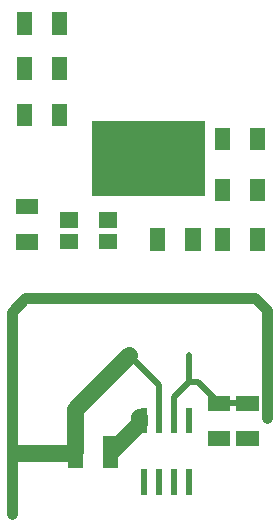
<source format=gbr>
G04 start of page 10 for group -4015 idx -4015 *
G04 Title: (unknown), toppaste *
G04 Creator: pcb 20140316 *
G04 CreationDate: Fri 27 Mar 2015 02:49:08 PM GMT UTC *
G04 For: fosse *
G04 Format: Gerber/RS-274X *
G04 PCB-Dimensions (mil): 1250.00 2150.00 *
G04 PCB-Coordinate-Origin: lower left *
%MOIN*%
%FSLAX25Y25*%
%LNTOPPASTE*%
%ADD80R,0.2500X0.2500*%
%ADD79C,0.0200*%
%ADD78C,0.0550*%
%ADD77C,0.0350*%
%ADD76R,0.0200X0.0200*%
%ADD75R,0.0512X0.0512*%
G54D75*X21819Y128500D02*X24181D01*
X21819Y116690D02*X24181D01*
X88095Y118681D02*Y116319D01*
X99905Y118681D02*Y116319D01*
X22095Y175681D02*Y173319D01*
X33905Y175681D02*Y173319D01*
X22095Y190681D02*Y188319D01*
X33905Y190681D02*Y188319D01*
X22095Y160181D02*Y157819D01*
X33905Y160181D02*Y157819D01*
X66595Y118681D02*Y116319D01*
X78405Y118681D02*Y116319D01*
X36607Y124043D02*X37393D01*
X36607Y116957D02*X37393D01*
X49607Y124043D02*X50393D01*
X49607Y116957D02*X50393D01*
X88095Y135181D02*Y132819D01*
X99905Y135181D02*Y132819D01*
X88095Y152181D02*Y149819D01*
X99905Y152181D02*Y149819D01*
X85819Y62914D02*X88181D01*
X85819Y51104D02*X88181D01*
X39095Y49505D02*Y43995D01*
X50905Y49505D02*Y43995D01*
G54D76*X77000Y60500D02*Y54000D01*
X72000Y60500D02*Y54000D01*
X67000Y60500D02*Y54000D01*
X62000Y60500D02*Y54000D01*
Y40000D02*Y33500D01*
X67000Y40000D02*Y33500D01*
X72000Y40000D02*Y33500D01*
X77000Y40000D02*Y33500D01*
G54D75*X95319Y62905D02*X97681D01*
X95319Y51095D02*X97681D01*
G54D77*X99000Y98000D02*X103000Y94000D01*
Y58000D01*
X22500Y98000D02*X99000D01*
X18000Y93500D02*X22500Y98000D01*
X18000Y93500D02*Y26000D01*
G54D78*X20000Y46500D02*X38000D01*
X50905Y46750D02*X60500Y56345D01*
Y58500D02*Y56345D01*
G54D79*X67000Y69000D02*Y59500D01*
X72000Y65000D02*Y57250D01*
X77000Y79000D02*Y70000D01*
X72000Y65000D02*X77000Y70000D01*
X79914D01*
X87000Y62914D01*
X96491D01*
X57000Y79000D02*X67000Y69000D01*
G54D78*X39000Y61000D02*Y47000D01*
Y61000D02*X57000Y79000D01*
G54D80*X57250Y144500D02*X69750D01*
M02*

</source>
